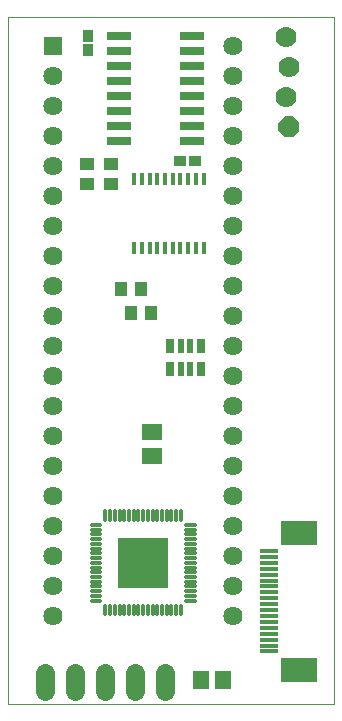
<source format=gbs>
G75*
%MOIN*%
%OFA0B0*%
%FSLAX25Y25*%
%IPPOS*%
%LPD*%
%AMOC8*
5,1,8,0,0,1.08239X$1,22.5*
%
%ADD10C,0.00000*%
%ADD11R,0.06400X0.06400*%
%ADD12C,0.06400*%
%ADD13R,0.06699X0.05518*%
%ADD14R,0.05518X0.06306*%
%ADD15R,0.00787X0.02362*%
%ADD16C,0.01187*%
%ADD17R,0.16935X0.16935*%
%ADD18R,0.12211X0.08274*%
%ADD19R,0.06109X0.01581*%
%ADD20C,0.06400*%
%ADD21R,0.04731X0.04337*%
%ADD22R,0.01600X0.04300*%
%ADD23OC8,0.07000*%
%ADD24C,0.07000*%
%ADD25R,0.08400X0.03000*%
%ADD26R,0.04042X0.03313*%
%ADD27R,0.03313X0.04042*%
%ADD28R,0.04337X0.04731*%
%ADD29R,0.02132X0.04928*%
%ADD30R,0.02880X0.04928*%
D10*
X0002450Y0037800D02*
X0002450Y0266800D01*
X0111050Y0266800D01*
X0111050Y0037800D01*
X0002450Y0037800D01*
D11*
X0017250Y0257000D03*
D12*
X0017250Y0247000D03*
X0017250Y0237000D03*
X0017250Y0227000D03*
X0017250Y0217000D03*
X0017250Y0207000D03*
X0017250Y0197000D03*
X0017250Y0187000D03*
X0017250Y0177000D03*
X0017250Y0167000D03*
X0017250Y0157000D03*
X0017250Y0147000D03*
X0017250Y0137000D03*
X0017250Y0127000D03*
X0017250Y0117000D03*
X0017250Y0107000D03*
X0017250Y0097000D03*
X0017250Y0087000D03*
X0017250Y0077000D03*
X0017250Y0067000D03*
X0077250Y0067000D03*
X0077250Y0077000D03*
X0077250Y0087000D03*
X0077250Y0097000D03*
X0077250Y0107000D03*
X0077250Y0117000D03*
X0077250Y0127000D03*
X0077250Y0137000D03*
X0077250Y0147000D03*
X0077250Y0157000D03*
X0077250Y0167000D03*
X0077250Y0177000D03*
X0077250Y0187000D03*
X0077250Y0197000D03*
X0077250Y0207000D03*
X0077250Y0217000D03*
X0077250Y0227000D03*
X0077250Y0237000D03*
X0077250Y0247000D03*
X0077250Y0257000D03*
D13*
X0050450Y0128337D03*
X0050450Y0120463D03*
D14*
X0066710Y0045600D03*
X0074190Y0045600D03*
D15*
X0044300Y0069052D03*
X0042726Y0069052D03*
D16*
X0042726Y0070430D02*
X0042726Y0070430D01*
X0042726Y0067674D01*
X0042726Y0067674D01*
X0042726Y0070430D01*
X0042726Y0068860D02*
X0042726Y0068860D01*
X0042726Y0070046D02*
X0042726Y0070046D01*
X0044300Y0070430D02*
X0044300Y0070430D01*
X0044300Y0067674D01*
X0044300Y0067674D01*
X0044300Y0070430D01*
X0044300Y0068860D02*
X0044300Y0068860D01*
X0044300Y0070046D02*
X0044300Y0070046D01*
X0045875Y0070430D02*
X0045875Y0070430D01*
X0045875Y0067674D01*
X0045875Y0067674D01*
X0045875Y0070430D01*
X0045875Y0068860D02*
X0045875Y0068860D01*
X0045875Y0070046D02*
X0045875Y0070046D01*
X0047450Y0070430D02*
X0047450Y0070430D01*
X0047450Y0067674D01*
X0047450Y0067674D01*
X0047450Y0070430D01*
X0047450Y0068860D02*
X0047450Y0068860D01*
X0047450Y0070046D02*
X0047450Y0070046D01*
X0049025Y0070430D02*
X0049025Y0070430D01*
X0049025Y0067674D01*
X0049025Y0067674D01*
X0049025Y0070430D01*
X0049025Y0068860D02*
X0049025Y0068860D01*
X0049025Y0070046D02*
X0049025Y0070046D01*
X0050600Y0070430D02*
X0050600Y0070430D01*
X0050600Y0067674D01*
X0050600Y0067674D01*
X0050600Y0070430D01*
X0050600Y0068860D02*
X0050600Y0068860D01*
X0050600Y0070046D02*
X0050600Y0070046D01*
X0052174Y0070430D02*
X0052174Y0070430D01*
X0052174Y0067674D01*
X0052174Y0067674D01*
X0052174Y0070430D01*
X0052174Y0068860D02*
X0052174Y0068860D01*
X0052174Y0070046D02*
X0052174Y0070046D01*
X0053749Y0070430D02*
X0053749Y0070430D01*
X0053749Y0067674D01*
X0053749Y0067674D01*
X0053749Y0070430D01*
X0053749Y0068860D02*
X0053749Y0068860D01*
X0053749Y0070046D02*
X0053749Y0070046D01*
X0055324Y0070430D02*
X0055324Y0070430D01*
X0055324Y0067674D01*
X0055324Y0067674D01*
X0055324Y0070430D01*
X0055324Y0068860D02*
X0055324Y0068860D01*
X0055324Y0070046D02*
X0055324Y0070046D01*
X0056899Y0070430D02*
X0056899Y0070430D01*
X0056899Y0067674D01*
X0056899Y0067674D01*
X0056899Y0070430D01*
X0056899Y0068860D02*
X0056899Y0068860D01*
X0056899Y0070046D02*
X0056899Y0070046D01*
X0058474Y0070430D02*
X0058474Y0070430D01*
X0058474Y0067674D01*
X0058474Y0067674D01*
X0058474Y0070430D01*
X0058474Y0068860D02*
X0058474Y0068860D01*
X0058474Y0070046D02*
X0058474Y0070046D01*
X0060048Y0070430D02*
X0060048Y0070430D01*
X0060048Y0067674D01*
X0060048Y0067674D01*
X0060048Y0070430D01*
X0060048Y0068860D02*
X0060048Y0068860D01*
X0060048Y0070046D02*
X0060048Y0070046D01*
X0061820Y0072202D02*
X0061820Y0072202D01*
X0064576Y0072202D01*
X0064576Y0072202D01*
X0061820Y0072202D01*
X0061820Y0073776D02*
X0061820Y0073776D01*
X0064576Y0073776D01*
X0064576Y0073776D01*
X0061820Y0073776D01*
X0061820Y0075351D02*
X0061820Y0075351D01*
X0064576Y0075351D01*
X0064576Y0075351D01*
X0061820Y0075351D01*
X0061820Y0076926D02*
X0061820Y0076926D01*
X0064576Y0076926D01*
X0064576Y0076926D01*
X0061820Y0076926D01*
X0061820Y0078501D02*
X0061820Y0078501D01*
X0064576Y0078501D01*
X0064576Y0078501D01*
X0061820Y0078501D01*
X0061820Y0080076D02*
X0061820Y0080076D01*
X0064576Y0080076D01*
X0064576Y0080076D01*
X0061820Y0080076D01*
X0061820Y0081650D02*
X0061820Y0081650D01*
X0064576Y0081650D01*
X0064576Y0081650D01*
X0061820Y0081650D01*
X0061820Y0083225D02*
X0061820Y0083225D01*
X0064576Y0083225D01*
X0064576Y0083225D01*
X0061820Y0083225D01*
X0061820Y0084800D02*
X0061820Y0084800D01*
X0064576Y0084800D01*
X0064576Y0084800D01*
X0061820Y0084800D01*
X0061820Y0086375D02*
X0061820Y0086375D01*
X0064576Y0086375D01*
X0064576Y0086375D01*
X0061820Y0086375D01*
X0061820Y0087950D02*
X0061820Y0087950D01*
X0064576Y0087950D01*
X0064576Y0087950D01*
X0061820Y0087950D01*
X0061820Y0089524D02*
X0061820Y0089524D01*
X0064576Y0089524D01*
X0064576Y0089524D01*
X0061820Y0089524D01*
X0061820Y0091099D02*
X0061820Y0091099D01*
X0064576Y0091099D01*
X0064576Y0091099D01*
X0061820Y0091099D01*
X0061820Y0092674D02*
X0061820Y0092674D01*
X0064576Y0092674D01*
X0064576Y0092674D01*
X0061820Y0092674D01*
X0061820Y0094249D02*
X0061820Y0094249D01*
X0064576Y0094249D01*
X0064576Y0094249D01*
X0061820Y0094249D01*
X0061820Y0095824D02*
X0061820Y0095824D01*
X0064576Y0095824D01*
X0064576Y0095824D01*
X0061820Y0095824D01*
X0061820Y0097398D02*
X0061820Y0097398D01*
X0064576Y0097398D01*
X0064576Y0097398D01*
X0061820Y0097398D01*
X0060048Y0099170D02*
X0060048Y0099170D01*
X0060048Y0101926D01*
X0060048Y0101926D01*
X0060048Y0099170D01*
X0060048Y0100356D02*
X0060048Y0100356D01*
X0060048Y0101542D02*
X0060048Y0101542D01*
X0058474Y0099170D02*
X0058474Y0099170D01*
X0058474Y0101926D01*
X0058474Y0101926D01*
X0058474Y0099170D01*
X0058474Y0100356D02*
X0058474Y0100356D01*
X0058474Y0101542D02*
X0058474Y0101542D01*
X0056899Y0099170D02*
X0056899Y0099170D01*
X0056899Y0101926D01*
X0056899Y0101926D01*
X0056899Y0099170D01*
X0056899Y0100356D02*
X0056899Y0100356D01*
X0056899Y0101542D02*
X0056899Y0101542D01*
X0055324Y0099170D02*
X0055324Y0099170D01*
X0055324Y0101926D01*
X0055324Y0101926D01*
X0055324Y0099170D01*
X0055324Y0100356D02*
X0055324Y0100356D01*
X0055324Y0101542D02*
X0055324Y0101542D01*
X0053749Y0099170D02*
X0053749Y0099170D01*
X0053749Y0101926D01*
X0053749Y0101926D01*
X0053749Y0099170D01*
X0053749Y0100356D02*
X0053749Y0100356D01*
X0053749Y0101542D02*
X0053749Y0101542D01*
X0052174Y0099170D02*
X0052174Y0099170D01*
X0052174Y0101926D01*
X0052174Y0101926D01*
X0052174Y0099170D01*
X0052174Y0100356D02*
X0052174Y0100356D01*
X0052174Y0101542D02*
X0052174Y0101542D01*
X0050600Y0099170D02*
X0050600Y0099170D01*
X0050600Y0101926D01*
X0050600Y0101926D01*
X0050600Y0099170D01*
X0050600Y0100356D02*
X0050600Y0100356D01*
X0050600Y0101542D02*
X0050600Y0101542D01*
X0049025Y0099170D02*
X0049025Y0099170D01*
X0049025Y0101926D01*
X0049025Y0101926D01*
X0049025Y0099170D01*
X0049025Y0100356D02*
X0049025Y0100356D01*
X0049025Y0101542D02*
X0049025Y0101542D01*
X0047450Y0099170D02*
X0047450Y0099170D01*
X0047450Y0101926D01*
X0047450Y0101926D01*
X0047450Y0099170D01*
X0047450Y0100356D02*
X0047450Y0100356D01*
X0047450Y0101542D02*
X0047450Y0101542D01*
X0045875Y0099170D02*
X0045875Y0099170D01*
X0045875Y0101926D01*
X0045875Y0101926D01*
X0045875Y0099170D01*
X0045875Y0100356D02*
X0045875Y0100356D01*
X0045875Y0101542D02*
X0045875Y0101542D01*
X0044300Y0099170D02*
X0044300Y0099170D01*
X0044300Y0101926D01*
X0044300Y0101926D01*
X0044300Y0099170D01*
X0044300Y0100356D02*
X0044300Y0100356D01*
X0044300Y0101542D02*
X0044300Y0101542D01*
X0042726Y0099170D02*
X0042726Y0099170D01*
X0042726Y0101926D01*
X0042726Y0101926D01*
X0042726Y0099170D01*
X0042726Y0100356D02*
X0042726Y0100356D01*
X0042726Y0101542D02*
X0042726Y0101542D01*
X0041151Y0099170D02*
X0041151Y0099170D01*
X0041151Y0101926D01*
X0041151Y0101926D01*
X0041151Y0099170D01*
X0041151Y0100356D02*
X0041151Y0100356D01*
X0041151Y0101542D02*
X0041151Y0101542D01*
X0039576Y0099170D02*
X0039576Y0099170D01*
X0039576Y0101926D01*
X0039576Y0101926D01*
X0039576Y0099170D01*
X0039576Y0100356D02*
X0039576Y0100356D01*
X0039576Y0101542D02*
X0039576Y0101542D01*
X0038001Y0099170D02*
X0038001Y0099170D01*
X0038001Y0101926D01*
X0038001Y0101926D01*
X0038001Y0099170D01*
X0038001Y0100356D02*
X0038001Y0100356D01*
X0038001Y0101542D02*
X0038001Y0101542D01*
X0036426Y0099170D02*
X0036426Y0099170D01*
X0036426Y0101926D01*
X0036426Y0101926D01*
X0036426Y0099170D01*
X0036426Y0100356D02*
X0036426Y0100356D01*
X0036426Y0101542D02*
X0036426Y0101542D01*
X0034852Y0099170D02*
X0034852Y0099170D01*
X0034852Y0101926D01*
X0034852Y0101926D01*
X0034852Y0099170D01*
X0034852Y0100356D02*
X0034852Y0100356D01*
X0034852Y0101542D02*
X0034852Y0101542D01*
X0033080Y0097398D02*
X0033080Y0097398D01*
X0030324Y0097398D01*
X0030324Y0097398D01*
X0033080Y0097398D01*
X0033080Y0095824D02*
X0033080Y0095824D01*
X0030324Y0095824D01*
X0030324Y0095824D01*
X0033080Y0095824D01*
X0033080Y0094249D02*
X0033080Y0094249D01*
X0030324Y0094249D01*
X0030324Y0094249D01*
X0033080Y0094249D01*
X0033080Y0092674D02*
X0033080Y0092674D01*
X0030324Y0092674D01*
X0030324Y0092674D01*
X0033080Y0092674D01*
X0033080Y0091099D02*
X0033080Y0091099D01*
X0030324Y0091099D01*
X0030324Y0091099D01*
X0033080Y0091099D01*
X0033080Y0089524D02*
X0033080Y0089524D01*
X0030324Y0089524D01*
X0030324Y0089524D01*
X0033080Y0089524D01*
X0033080Y0087950D02*
X0033080Y0087950D01*
X0030324Y0087950D01*
X0030324Y0087950D01*
X0033080Y0087950D01*
X0033080Y0086375D02*
X0033080Y0086375D01*
X0030324Y0086375D01*
X0030324Y0086375D01*
X0033080Y0086375D01*
X0033080Y0084800D02*
X0033080Y0084800D01*
X0030324Y0084800D01*
X0030324Y0084800D01*
X0033080Y0084800D01*
X0033080Y0083225D02*
X0033080Y0083225D01*
X0030324Y0083225D01*
X0030324Y0083225D01*
X0033080Y0083225D01*
X0033080Y0081650D02*
X0033080Y0081650D01*
X0030324Y0081650D01*
X0030324Y0081650D01*
X0033080Y0081650D01*
X0033080Y0080076D02*
X0033080Y0080076D01*
X0030324Y0080076D01*
X0030324Y0080076D01*
X0033080Y0080076D01*
X0033080Y0078501D02*
X0033080Y0078501D01*
X0030324Y0078501D01*
X0030324Y0078501D01*
X0033080Y0078501D01*
X0033080Y0076926D02*
X0033080Y0076926D01*
X0030324Y0076926D01*
X0030324Y0076926D01*
X0033080Y0076926D01*
X0033080Y0075351D02*
X0033080Y0075351D01*
X0030324Y0075351D01*
X0030324Y0075351D01*
X0033080Y0075351D01*
X0033080Y0073776D02*
X0033080Y0073776D01*
X0030324Y0073776D01*
X0030324Y0073776D01*
X0033080Y0073776D01*
X0033080Y0072202D02*
X0033080Y0072202D01*
X0030324Y0072202D01*
X0030324Y0072202D01*
X0033080Y0072202D01*
X0034852Y0070430D02*
X0034852Y0070430D01*
X0034852Y0067674D01*
X0034852Y0067674D01*
X0034852Y0070430D01*
X0034852Y0068860D02*
X0034852Y0068860D01*
X0034852Y0070046D02*
X0034852Y0070046D01*
X0036426Y0070430D02*
X0036426Y0070430D01*
X0036426Y0067674D01*
X0036426Y0067674D01*
X0036426Y0070430D01*
X0036426Y0068860D02*
X0036426Y0068860D01*
X0036426Y0070046D02*
X0036426Y0070046D01*
X0038001Y0070430D02*
X0038001Y0070430D01*
X0038001Y0067674D01*
X0038001Y0067674D01*
X0038001Y0070430D01*
X0038001Y0068860D02*
X0038001Y0068860D01*
X0038001Y0070046D02*
X0038001Y0070046D01*
X0039576Y0070430D02*
X0039576Y0070430D01*
X0039576Y0067674D01*
X0039576Y0067674D01*
X0039576Y0070430D01*
X0039576Y0068860D02*
X0039576Y0068860D01*
X0039576Y0070046D02*
X0039576Y0070046D01*
X0041151Y0070430D02*
X0041151Y0070430D01*
X0041151Y0067674D01*
X0041151Y0067674D01*
X0041151Y0070430D01*
X0041151Y0068860D02*
X0041151Y0068860D01*
X0041151Y0070046D02*
X0041151Y0070046D01*
D17*
X0047450Y0084800D03*
D18*
X0099351Y0094835D03*
X0099351Y0049165D03*
D19*
X0089508Y0055268D03*
X0089508Y0057236D03*
X0089508Y0059205D03*
X0089508Y0061173D03*
X0089508Y0063142D03*
X0089508Y0065110D03*
X0089508Y0067079D03*
X0089508Y0069047D03*
X0089508Y0071016D03*
X0089508Y0072984D03*
X0089508Y0074953D03*
X0089508Y0076921D03*
X0089508Y0078890D03*
X0089508Y0080858D03*
X0089508Y0082827D03*
X0089508Y0084795D03*
X0089508Y0086764D03*
X0089508Y0088732D03*
D20*
X0054850Y0048000D02*
X0054850Y0042000D01*
X0044850Y0042000D02*
X0044850Y0048000D01*
X0034850Y0048000D02*
X0034850Y0042000D01*
X0024850Y0042000D02*
X0024850Y0048000D01*
X0014850Y0048000D02*
X0014850Y0042000D01*
D21*
X0028850Y0211054D03*
X0028850Y0217746D03*
X0036850Y0217746D03*
X0036850Y0211054D03*
D22*
X0044534Y0212687D03*
X0047093Y0212687D03*
X0049652Y0212687D03*
X0052211Y0212687D03*
X0054770Y0212687D03*
X0057330Y0212687D03*
X0059889Y0212687D03*
X0062448Y0212687D03*
X0065007Y0212687D03*
X0067566Y0212687D03*
X0067566Y0189713D03*
X0065007Y0189713D03*
X0062448Y0189713D03*
X0059889Y0189713D03*
X0057330Y0189713D03*
X0054770Y0189713D03*
X0052211Y0189713D03*
X0049652Y0189713D03*
X0047093Y0189713D03*
X0044534Y0189713D03*
D23*
X0096150Y0230200D03*
D24*
X0095150Y0240200D03*
X0096150Y0250200D03*
X0095150Y0260200D03*
D25*
X0063750Y0260300D03*
X0063750Y0255300D03*
X0063750Y0250300D03*
X0063750Y0245300D03*
X0063750Y0240300D03*
X0063750Y0235300D03*
X0063750Y0230300D03*
X0063750Y0225300D03*
X0039550Y0225300D03*
X0039550Y0230300D03*
X0039550Y0235300D03*
X0039550Y0240300D03*
X0039550Y0245300D03*
X0039550Y0250300D03*
X0039550Y0255300D03*
X0039550Y0260300D03*
D26*
X0059888Y0218800D03*
X0064612Y0218800D03*
D27*
X0028900Y0255638D03*
X0028900Y0260362D03*
D28*
X0039904Y0176000D03*
X0043304Y0168000D03*
X0046596Y0176000D03*
X0049996Y0168000D03*
D29*
X0060075Y0157039D03*
X0063225Y0157039D03*
X0063225Y0149361D03*
X0060075Y0149361D03*
D30*
X0056552Y0149361D03*
X0056552Y0157039D03*
X0066748Y0157039D03*
X0066748Y0149361D03*
M02*

</source>
